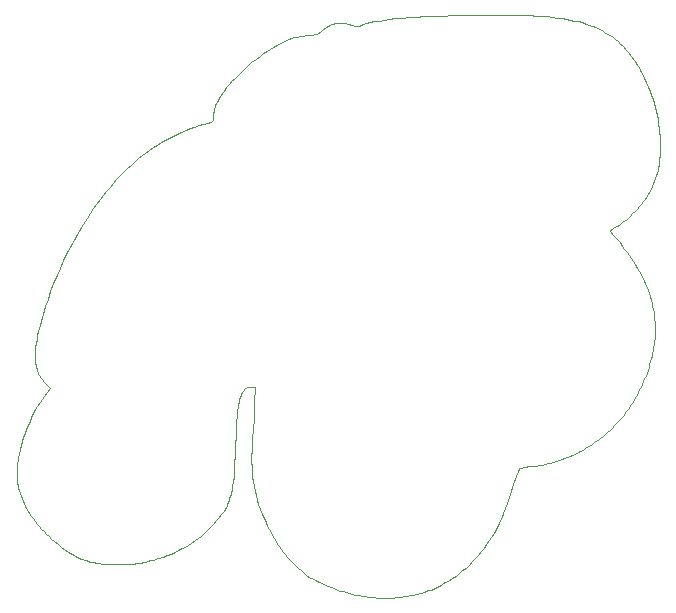
<source format=gbr>
%TF.GenerationSoftware,KiCad,Pcbnew,5.1.10-88a1d61d58~90~ubuntu20.04.1*%
%TF.CreationDate,2022-09-07T23:38:44+02:00*%
%TF.ProjectId,Wawies_PCB_inv2,57617769-6573-45f5-9043-425f696e7632,rev?*%
%TF.SameCoordinates,Original*%
%TF.FileFunction,Profile,NP*%
%FSLAX46Y46*%
G04 Gerber Fmt 4.6, Leading zero omitted, Abs format (unit mm)*
G04 Created by KiCad (PCBNEW 5.1.10-88a1d61d58~90~ubuntu20.04.1) date 2022-09-07 23:38:44*
%MOMM*%
%LPD*%
G01*
G04 APERTURE LIST*
%TA.AperFunction,Profile*%
%ADD10C,0.100000*%
%TD*%
G04 APERTURE END LIST*
D10*
X637568Y-8600462D02*
X1085507Y-8478489D01*
X1085507Y-8478489D02*
X1294792Y-8416047D01*
X1294792Y-8416047D02*
X1495610Y-8351224D01*
X1495610Y-8351224D02*
X1689814Y-8284285D01*
X1689814Y-8284285D02*
X1878197Y-8214170D01*
X1878197Y-8214170D02*
X2062082Y-8140616D01*
X2062082Y-8140616D02*
X2242528Y-8062829D01*
X2242528Y-8062829D02*
X2421122Y-7980544D01*
X2421122Y-7980544D02*
X2598657Y-7892967D01*
X2598657Y-7892967D02*
X2776986Y-7799833D01*
X2776986Y-7799833D02*
X2956638Y-7700086D01*
X2956638Y-7700086D02*
X3139464Y-7593723D01*
X3139464Y-7593723D02*
X3326260Y-7479953D01*
X3326260Y-7479953D02*
X3717049Y-7227805D01*
X3717049Y-7227805D02*
X4005445Y-7027780D01*
X4005445Y-7027780D02*
X4290665Y-6813733D01*
X4290665Y-6813733D02*
X4571917Y-6586191D01*
X4571917Y-6586191D02*
X4848406Y-6345950D01*
X4848406Y-6345950D02*
X5120133Y-6094067D01*
X5120133Y-6094067D02*
X5386039Y-5830807D01*
X5386039Y-5830807D02*
X5645595Y-5556963D01*
X5645595Y-5556963D02*
X5898271Y-5273330D01*
X5898271Y-5273330D02*
X6143540Y-4980437D01*
X6143540Y-4980437D02*
X6380606Y-4679341D01*
X6380606Y-4679341D02*
X6608941Y-4370573D01*
X6608941Y-4370573D02*
X6827751Y-4054661D01*
X6827751Y-4054661D02*
X7036507Y-3732664D01*
X7036507Y-3732664D02*
X7234945Y-3405110D01*
X7234945Y-3405110D02*
X7422005Y-3072529D01*
X7422005Y-3072529D02*
X7597423Y-2735715D01*
X7597423Y-2735715D02*
X7676005Y-2565323D01*
X7676005Y-2565323D02*
X7776546Y-2326934D01*
X7776546Y-2326934D02*
X7894815Y-2031659D01*
X7894815Y-2031659D02*
X8026312Y-1690612D01*
X8026312Y-1690612D02*
X8313650Y-913532D01*
X8313650Y-913532D02*
X8605220Y-83270D01*
X8605220Y-83270D02*
X8879063Y705452D01*
X8879063Y705452D02*
X9118246Y1369026D01*
X9118246Y1369026D02*
X9296575Y1837867D01*
X9296575Y1837867D02*
X9355048Y1977567D01*
X9355048Y1977567D02*
X9388650Y2042125D01*
X9388650Y2042125D02*
X9403202Y2054560D01*
X9403202Y2054560D02*
X9425692Y2067260D01*
X9425692Y2067260D02*
X9493954Y2093719D01*
X9493954Y2093719D02*
X9589733Y2120706D01*
X9589733Y2120706D02*
X9708531Y2147429D01*
X9708531Y2147429D02*
X9846908Y2172829D01*
X9846908Y2172829D02*
X10000895Y2196377D01*
X10000895Y2196377D02*
X10166524Y2217279D01*
X10166524Y2217279D02*
X10340091Y2234477D01*
X10340091Y2234477D02*
X10584301Y2258819D01*
X10584301Y2258819D02*
X10827717Y2288716D01*
X10827717Y2288716D02*
X11070340Y2324435D01*
X11070340Y2324435D02*
X11312169Y2365710D01*
X11312169Y2365710D02*
X11552939Y2412541D01*
X11552939Y2412541D02*
X11792651Y2465193D01*
X11792651Y2465193D02*
X12031041Y2523137D01*
X12031041Y2523137D02*
X12268636Y2586637D01*
X12268636Y2586637D02*
X12504644Y2655693D01*
X12504644Y2655693D02*
X12739329Y2730305D01*
X12739329Y2730305D02*
X12972692Y2810210D01*
X12972692Y2810210D02*
X13204466Y2895405D01*
X13204466Y2895405D02*
X13434918Y2986157D01*
X13434918Y2986157D02*
X13663518Y3081936D01*
X13663518Y3081936D02*
X13890530Y3183272D01*
X13890530Y3183272D02*
X14115690Y3289634D01*
X14115690Y3289634D02*
X14338998Y3401288D01*
X14338998Y3401288D02*
X14560454Y3518234D01*
X14560454Y3518234D02*
X14779793Y3640206D01*
X14779793Y3640206D02*
X14997281Y3767206D01*
X14997281Y3767206D02*
X15212651Y3899498D01*
X15212651Y3899498D02*
X15425641Y4036552D01*
X15425641Y4036552D02*
X15636249Y4178633D01*
X15636249Y4178633D02*
X15844740Y4325741D01*
X15844740Y4325741D02*
X16050586Y4477876D01*
X16050586Y4477876D02*
X16254315Y4634774D01*
X16254315Y4634774D02*
X16455133Y4796434D01*
X16455133Y4796434D02*
X16653306Y4963121D01*
X16653306Y4963121D02*
X16849097Y5134307D01*
X16849097Y5134307D02*
X17041714Y5310519D01*
X17041714Y5310519D02*
X17231684Y5491229D01*
X17231684Y5491229D02*
X17418744Y5676966D01*
X17418744Y5676966D02*
X17586225Y5850533D01*
X17586225Y5850533D02*
X17750531Y6029126D01*
X17750531Y6029126D02*
X17911662Y6212482D01*
X17911662Y6212482D02*
X18069619Y6400865D01*
X18069619Y6400865D02*
X18224400Y6593217D01*
X18224400Y6593217D02*
X18375476Y6790332D01*
X18375476Y6790332D02*
X18523114Y6991150D01*
X18523114Y6991150D02*
X18667047Y7196202D01*
X18667047Y7196202D02*
X18807540Y7404958D01*
X18807540Y7404958D02*
X18944065Y7617153D01*
X18944065Y7617153D02*
X19076886Y7833053D01*
X19076886Y7833053D02*
X19205738Y8051863D01*
X19205738Y8051863D02*
X19330357Y8273848D01*
X19330357Y8273848D02*
X19451271Y8498744D01*
X19451271Y8498744D02*
X19567687Y8726285D01*
X19567687Y8726285D02*
X19679871Y8956208D01*
X19679871Y8956208D02*
X19787821Y9188512D01*
X19787821Y9188512D02*
X19891008Y9423197D01*
X19891008Y9423197D02*
X19989962Y9659734D01*
X19989962Y9659734D02*
X20084153Y9897859D01*
X20084153Y9897859D02*
X20173847Y10137836D01*
X20173847Y10137836D02*
X20258514Y10379135D01*
X20258514Y10379135D02*
X20338418Y10621758D01*
X20338418Y10621758D02*
X20413295Y10865439D01*
X20413295Y10865439D02*
X20483145Y11109914D01*
X20483145Y11109914D02*
X20547967Y11355182D01*
X20547967Y11355182D02*
X20607499Y11601244D01*
X20607499Y11601244D02*
X20661474Y11847306D01*
X20661474Y11847306D02*
X20710421Y12093633D01*
X20710421Y12093633D02*
X20753813Y12340225D01*
X20753813Y12340225D02*
X20791648Y12586287D01*
X20791648Y12586287D02*
X20823928Y12832349D01*
X20823928Y12832349D02*
X20851444Y13098784D01*
X20851444Y13098784D02*
X20870494Y13366013D01*
X20870494Y13366013D02*
X20881342Y13633771D01*
X20881342Y13633771D02*
X20883723Y13902587D01*
X20883723Y13902587D02*
X20877902Y14171668D01*
X20877902Y14171668D02*
X20863615Y14441543D01*
X20863615Y14441543D02*
X20841125Y14711682D01*
X20841125Y14711682D02*
X20810434Y14982350D01*
X20810434Y14982350D02*
X20771540Y15253548D01*
X20771540Y15253548D02*
X20724444Y15524746D01*
X20724444Y15524746D02*
X20668882Y15796208D01*
X20668882Y15796208D02*
X20605382Y16067670D01*
X20605382Y16067670D02*
X20533680Y16339397D01*
X20533680Y16339397D02*
X20454041Y16611123D01*
X20454041Y16611123D02*
X20366199Y16882850D01*
X20366199Y16882850D02*
X20270155Y17154577D01*
X20270155Y17154577D02*
X20166174Y17426039D01*
X20166174Y17426039D02*
X20054256Y17696972D01*
X20054256Y17696972D02*
X19934399Y17967905D01*
X19934399Y17967905D02*
X19806341Y18238573D01*
X19806341Y18238573D02*
X19670346Y18508448D01*
X19670346Y18508448D02*
X19526677Y18778058D01*
X19526677Y18778058D02*
X19374806Y19047139D01*
X19374806Y19047139D02*
X19215263Y19315426D01*
X19215263Y19315426D02*
X19047782Y19583184D01*
X19047782Y19583184D02*
X18872628Y19850148D01*
X18872628Y19850148D02*
X18689536Y20116319D01*
X18689536Y20116319D02*
X18498508Y20381696D01*
X18498508Y20381696D02*
X18300070Y20646014D01*
X18300070Y20646014D02*
X18093696Y20909274D01*
X18093696Y20909274D02*
X17879648Y21171476D01*
X17879648Y21171476D02*
X17657663Y21432619D01*
X17657663Y21432619D02*
X17433561Y21697732D01*
X17433561Y21697732D02*
X17249676Y21926067D01*
X17249676Y21926067D02*
X17125586Y22093548D01*
X17125586Y22093548D02*
X17091720Y22146729D01*
X17091720Y22146729D02*
X17080078Y22175568D01*
X17080078Y22175568D02*
X17092249Y22197793D01*
X17092249Y22197793D02*
X17127174Y22231660D01*
X17127174Y22231660D02*
X17182472Y22275581D01*
X17182472Y22275581D02*
X17255761Y22327704D01*
X17255761Y22327704D02*
X17445996Y22450735D01*
X17445996Y22450735D02*
X17678300Y22586995D01*
X17678300Y22586995D02*
X17850279Y22690712D01*
X17850279Y22690712D02*
X18029666Y22812684D01*
X18029666Y22812684D02*
X18214610Y22951061D01*
X18214610Y22951061D02*
X18403522Y23104255D01*
X18403522Y23104255D02*
X18594816Y23270413D01*
X18594816Y23270413D02*
X18786903Y23447684D01*
X18786903Y23447684D02*
X18977932Y23634215D01*
X18977932Y23634215D02*
X19166315Y23828683D01*
X19166315Y23828683D02*
X19350200Y24028708D01*
X19350200Y24028708D02*
X19528265Y24232966D01*
X19528265Y24232966D02*
X19698656Y24439605D01*
X19698656Y24439605D02*
X19859523Y24647038D01*
X19859523Y24647038D02*
X20009806Y24853148D01*
X20009806Y24853148D02*
X20147124Y25056084D01*
X20147124Y25056084D02*
X20270155Y25254521D01*
X20270155Y25254521D02*
X20377311Y25446608D01*
X20377311Y25446608D02*
X20505370Y25696904D01*
X20505370Y25696904D02*
X20621786Y25937674D01*
X20621786Y25937674D02*
X20726826Y26170772D01*
X20726826Y26170772D02*
X20821282Y26398578D01*
X20821282Y26398578D02*
X20905684Y26622944D01*
X20905684Y26622944D02*
X20980032Y26845988D01*
X20980032Y26845988D02*
X21045384Y27069825D01*
X21045384Y27069825D02*
X21101475Y27296308D01*
X21101475Y27296308D02*
X21149365Y27527553D01*
X21149365Y27527553D02*
X21189581Y27765413D01*
X21189581Y27765413D02*
X21222125Y28012534D01*
X21222125Y28012534D02*
X21247525Y28270238D01*
X21247525Y28270238D02*
X21266575Y28541171D01*
X21266575Y28541171D02*
X21279804Y28827000D01*
X21279804Y28827000D02*
X21287212Y29129894D01*
X21287212Y29129894D02*
X21289329Y29451892D01*
X21289329Y29451892D02*
X21284831Y29824875D01*
X21284831Y29824875D02*
X21271073Y30189258D01*
X21271073Y30189258D02*
X21248054Y30546392D01*
X21248054Y30546392D02*
X21214981Y30897600D01*
X21214981Y30897600D02*
X21172119Y31244230D01*
X21172119Y31244230D02*
X21118673Y31587579D01*
X21118673Y31587579D02*
X21054644Y31928997D01*
X21054644Y31928997D02*
X20979502Y32269833D01*
X20979502Y32269833D02*
X20892984Y32611357D01*
X20892984Y32611357D02*
X20794823Y32954971D01*
X20794823Y32954971D02*
X20684757Y33301972D01*
X20684757Y33301972D02*
X20562255Y33653682D01*
X20562255Y33653682D02*
X20427318Y34011424D01*
X20427318Y34011424D02*
X20279416Y34376549D01*
X20279416Y34376549D02*
X20118285Y34750378D01*
X20118285Y34750378D02*
X19943660Y35134262D01*
X19943660Y35134262D02*
X19832006Y35368841D01*
X19832006Y35368841D02*
X19721146Y35592519D01*
X19721146Y35592519D02*
X19610021Y35806011D01*
X19610021Y35806011D02*
X19498631Y36010111D01*
X19498631Y36010111D02*
X19385919Y36205558D01*
X19385919Y36205558D02*
X19271884Y36393174D01*
X19271884Y36393174D02*
X19155467Y36573673D01*
X19155467Y36573673D02*
X19036405Y36747874D01*
X19036405Y36747874D02*
X18914167Y36916519D01*
X18914167Y36916519D02*
X18788226Y37080402D01*
X18788226Y37080402D02*
X18657787Y37240237D01*
X18657787Y37240237D02*
X18522849Y37396870D01*
X18522849Y37396870D02*
X18382091Y37551016D01*
X18382091Y37551016D02*
X18235777Y37703442D01*
X18235777Y37703442D02*
X18082848Y37854969D01*
X18082848Y37854969D02*
X17922775Y38006310D01*
X17922775Y38006310D02*
X17714813Y38193026D01*
X17714813Y38193026D02*
X17503411Y38371011D01*
X17503411Y38371011D02*
X17287247Y38540477D01*
X17287247Y38540477D02*
X17066055Y38701528D01*
X17066055Y38701528D02*
X16839043Y38854378D01*
X16839043Y38854378D02*
X16604887Y38999158D01*
X16604887Y38999158D02*
X16363323Y39136000D01*
X16363323Y39136000D02*
X16113027Y39265117D01*
X16113027Y39265117D02*
X15853736Y39386613D01*
X15853736Y39386613D02*
X15584126Y39500701D01*
X15584126Y39500701D02*
X15303932Y39607487D01*
X15303932Y39607487D02*
X15011833Y39707182D01*
X15011833Y39707182D02*
X14707562Y39799892D01*
X14707562Y39799892D02*
X14389798Y39885828D01*
X14389798Y39885828D02*
X14057746Y39965097D01*
X14057746Y39965097D02*
X13711143Y40037884D01*
X13711143Y40037884D02*
X13348664Y40104348D01*
X13348664Y40104348D02*
X12969517Y40164646D01*
X12969517Y40164646D02*
X12573171Y40218938D01*
X12573171Y40218938D02*
X12158834Y40267357D01*
X12158834Y40267357D02*
X11725183Y40310114D01*
X11725183Y40310114D02*
X11272217Y40347314D01*
X11272217Y40347314D02*
X10798349Y40379143D01*
X10798349Y40379143D02*
X10303314Y40405760D01*
X10303314Y40405760D02*
X9786054Y40427324D01*
X9786054Y40427324D02*
X9245775Y40443993D01*
X9245775Y40443993D02*
X8681685Y40455899D01*
X8681685Y40455899D02*
X8093252Y40463228D01*
X8093252Y40463228D02*
X7479155Y40466138D01*
X7479155Y40466138D02*
X6838864Y40464789D01*
X6838864Y40464789D02*
X5476791Y40449919D01*
X5476791Y40449919D02*
X4544400Y40432721D01*
X4544400Y40432721D02*
X3665720Y40411687D01*
X3665720Y40411687D02*
X2839163Y40386737D01*
X2839163Y40386737D02*
X2063141Y40357686D01*
X2063141Y40357686D02*
X1336331Y40324454D01*
X1336331Y40324454D02*
X656882Y40286857D01*
X656882Y40286857D02*
X23470Y40244815D01*
X23470Y40244815D02*
X-565491Y40198142D01*
X-565491Y40198142D02*
X-1111326Y40146760D01*
X-1111326Y40146760D02*
X-1615621Y40090510D01*
X-1615621Y40090510D02*
X-2079964Y40029259D01*
X-2079964Y40029259D02*
X-2505678Y39962901D01*
X-2505678Y39962901D02*
X-2894615Y39891279D01*
X-2894615Y39891279D02*
X-3248098Y39814259D01*
X-3248098Y39814259D02*
X-3567715Y39731735D01*
X-3567715Y39731735D02*
X-3854787Y39643576D01*
X-3854787Y39643576D02*
X-4040260Y39582722D01*
X-4040260Y39582722D02*
X-4189485Y39538748D01*
X-4189485Y39538748D02*
X-4311722Y39511338D01*
X-4311722Y39511338D02*
X-4415968Y39500225D01*
X-4415968Y39500225D02*
X-4464651Y39500701D01*
X-4464651Y39500701D02*
X-4512011Y39505146D01*
X-4512011Y39505146D02*
X-4609113Y39525757D01*
X-4609113Y39525757D02*
X-4716534Y39561794D01*
X-4716534Y39561794D02*
X-4843269Y39612964D01*
X-4843269Y39612964D02*
X-4993552Y39667733D01*
X-4993552Y39667733D02*
X-5152038Y39710225D01*
X-5152038Y39710225D02*
X-5316873Y39740731D01*
X-5316873Y39740731D02*
X-5486735Y39759516D01*
X-5486735Y39759516D02*
X-5659243Y39766951D01*
X-5659243Y39766951D02*
X-5833339Y39763274D01*
X-5833339Y39763274D02*
X-6007170Y39748827D01*
X-6007170Y39748827D02*
X-6178884Y39723904D01*
X-6178884Y39723904D02*
X-6346630Y39688820D01*
X-6346630Y39688820D02*
X-6508819Y39643867D01*
X-6508819Y39643867D02*
X-6663865Y39589337D01*
X-6663865Y39589337D02*
X-6809915Y39525572D01*
X-6809915Y39525572D02*
X-6945117Y39452838D01*
X-6945117Y39452838D02*
X-7068148Y39371453D01*
X-7068148Y39371453D02*
X-7124504Y39327611D01*
X-7124504Y39327611D02*
X-7176891Y39281733D01*
X-7176891Y39281733D02*
X-7225310Y39233817D01*
X-7225310Y39233817D02*
X-7269760Y39183943D01*
X-7269760Y39183943D02*
X-7316327Y39130920D01*
X-7316327Y39130920D02*
X-7365274Y39082131D01*
X-7365274Y39082131D02*
X-7416868Y39037337D01*
X-7416868Y39037337D02*
X-7471901Y38996300D01*
X-7471901Y38996300D02*
X-7531433Y38958756D01*
X-7531433Y38958756D02*
X-7595726Y38924493D01*
X-7595726Y38924493D02*
X-7665841Y38893219D01*
X-7665841Y38893219D02*
X-7742570Y38864723D01*
X-7742570Y38864723D02*
X-7826178Y38838768D01*
X-7826178Y38838768D02*
X-7917988Y38815061D01*
X-7917988Y38815061D02*
X-8128067Y38773495D01*
X-8128067Y38773495D02*
X-8378363Y38738067D01*
X-8378363Y38738067D02*
X-8674696Y38706794D01*
X-8674696Y38706794D02*
X-8923933Y38678510D01*
X-8923933Y38678510D02*
X-9169995Y38639934D01*
X-9169995Y38639934D02*
X-9413941Y38590562D01*
X-9413941Y38590562D02*
X-9656828Y38529893D01*
X-9656828Y38529893D02*
X-9899980Y38457398D01*
X-9899980Y38457398D02*
X-10143925Y38372572D01*
X-10143925Y38372572D02*
X-10390252Y38274888D01*
X-10390252Y38274888D02*
X-10640018Y38163869D01*
X-10640018Y38163869D02*
X-10894283Y38038933D01*
X-10894283Y38038933D02*
X-11154103Y37899630D01*
X-11154103Y37899630D02*
X-11420538Y37745405D01*
X-11420538Y37745405D02*
X-11694646Y37575754D01*
X-11694646Y37575754D02*
X-11977750Y37390176D01*
X-11977750Y37390176D02*
X-12270643Y37188167D01*
X-12270643Y37188167D02*
X-12574649Y36969171D01*
X-12574649Y36969171D02*
X-12890826Y36732687D01*
X-12890826Y36732687D02*
X-13290082Y36419659D01*
X-13290082Y36419659D02*
X-13671372Y36101445D01*
X-13671372Y36101445D02*
X-14034036Y35779500D01*
X-14034036Y35779500D02*
X-14376830Y35455307D01*
X-14376830Y35455307D02*
X-14698642Y35130372D01*
X-14698642Y35130372D02*
X-14998335Y34806126D01*
X-14998335Y34806126D02*
X-15139543Y34644730D01*
X-15139543Y34644730D02*
X-15274798Y34484049D01*
X-15274798Y34484049D02*
X-15403994Y34324320D01*
X-15403994Y34324320D02*
X-15526919Y34165676D01*
X-15526919Y34165676D02*
X-15643521Y34008302D01*
X-15643521Y34008302D02*
X-15753587Y33852410D01*
X-15753587Y33852410D02*
X-15857013Y33698158D01*
X-15857013Y33698158D02*
X-15953665Y33545758D01*
X-15953665Y33545758D02*
X-16043359Y33395369D01*
X-16043359Y33395369D02*
X-16126014Y33247203D01*
X-16126014Y33247203D02*
X-16201474Y33101418D01*
X-16201474Y33101418D02*
X-16269577Y32958225D01*
X-16269577Y32958225D02*
X-16330167Y32817785D01*
X-16330167Y32817785D02*
X-16383163Y32680281D01*
X-16383163Y32680281D02*
X-16428380Y32545899D01*
X-16428380Y32545899D02*
X-16465713Y32414851D01*
X-16465713Y32414851D02*
X-16494975Y32287296D01*
X-16494975Y32287296D02*
X-16516063Y32163418D01*
X-16516063Y32163418D02*
X-16528816Y32043403D01*
X-16528816Y32043403D02*
X-16533128Y31927463D01*
X-16533128Y31927463D02*
X-16534054Y31765723D01*
X-16534054Y31765723D02*
X-16540219Y31642639D01*
X-16540219Y31642639D02*
X-16546887Y31593400D01*
X-16546887Y31593400D02*
X-16556782Y31551146D01*
X-16556782Y31551146D02*
X-16570567Y31515057D01*
X-16570567Y31515057D02*
X-16588876Y31484207D01*
X-16588876Y31484207D02*
X-16612344Y31457722D01*
X-16612344Y31457722D02*
X-16641634Y31434730D01*
X-16641634Y31434730D02*
X-16677379Y31414331D01*
X-16677379Y31414331D02*
X-16720241Y31395651D01*
X-16720241Y31395651D02*
X-16829805Y31359932D01*
X-16829805Y31359932D02*
X-16975485Y31320509D01*
X-16975485Y31320509D02*
X-17362358Y31213512D01*
X-17362358Y31213512D02*
X-17743939Y31097995D01*
X-17743939Y31097995D02*
X-18120309Y30973879D01*
X-18120309Y30973879D02*
X-18491598Y30841059D01*
X-18491598Y30841059D02*
X-18857913Y30699480D01*
X-18857913Y30699480D02*
X-19219307Y30549012D01*
X-19219307Y30549012D02*
X-19575939Y30389627D01*
X-19575939Y30389627D02*
X-19927913Y30221220D01*
X-19927913Y30221220D02*
X-20275284Y30043711D01*
X-20275284Y30043711D02*
X-20618210Y29857021D01*
X-20618210Y29857021D02*
X-20956771Y29661071D01*
X-20956771Y29661071D02*
X-21291071Y29455755D01*
X-21291071Y29455755D02*
X-21621218Y29241019D01*
X-21621218Y29241019D02*
X-21947343Y29016759D01*
X-21947343Y29016759D02*
X-22269499Y28782920D01*
X-22269499Y28782920D02*
X-22587819Y28539319D01*
X-22587819Y28539319D02*
X-22902408Y28286113D01*
X-22902408Y28286113D02*
X-23213373Y28023117D01*
X-23213373Y28023117D02*
X-23520792Y27750068D01*
X-23520792Y27750068D02*
X-23824798Y27466964D01*
X-23824798Y27466964D02*
X-24125496Y27173806D01*
X-24125496Y27173806D02*
X-24422993Y26870329D01*
X-24422993Y26870329D02*
X-24717368Y26556798D01*
X-24717368Y26556798D02*
X-25008727Y26232949D01*
X-25008727Y26232949D02*
X-25297202Y25898780D01*
X-25297202Y25898780D02*
X-25582899Y25553764D01*
X-25582899Y25553764D02*
X-25865897Y25198429D01*
X-25865897Y25198429D02*
X-26146302Y24832511D01*
X-26146302Y24832511D02*
X-26424246Y24455745D01*
X-26424246Y24455745D02*
X-26699783Y24068131D01*
X-26699783Y24068131D02*
X-26973071Y23669404D01*
X-26973071Y23669404D02*
X-27244189Y23260094D01*
X-27244189Y23260094D02*
X-27414236Y22994453D01*
X-27414236Y22994453D02*
X-27583570Y22721403D01*
X-27583570Y22721403D02*
X-27752056Y22441739D01*
X-27752056Y22441739D02*
X-27919458Y22155460D01*
X-27919458Y22155460D02*
X-28085616Y21863096D01*
X-28085616Y21863096D02*
X-28250319Y21565440D01*
X-28250319Y21565440D02*
X-28574645Y20955047D01*
X-28574645Y20955047D02*
X-28890927Y20327721D01*
X-28890927Y20327721D02*
X-29197658Y19687430D01*
X-29197658Y19687430D02*
X-29493303Y19037614D01*
X-29493303Y19037614D02*
X-29776354Y18381713D01*
X-29776354Y18381713D02*
X-30045276Y17723430D01*
X-30045276Y17723430D02*
X-30298588Y17066735D01*
X-30298588Y17066735D02*
X-30534755Y16414538D01*
X-30534755Y16414538D02*
X-30752295Y15771072D01*
X-30752295Y15771072D02*
X-30853577Y15453573D01*
X-30853577Y15453573D02*
X-30949621Y15139513D01*
X-30949621Y15139513D02*
X-31040267Y14829421D01*
X-31040267Y14829421D02*
X-31125278Y14523828D01*
X-31125278Y14523828D02*
X-31204520Y14222997D01*
X-31204520Y14222997D02*
X-31277757Y13927193D01*
X-31277757Y13927193D02*
X-31344802Y13637475D01*
X-31344802Y13637475D02*
X-31405497Y13353842D01*
X-31405497Y13353842D02*
X-31474739Y12992686D01*
X-31474739Y12992686D02*
X-31530513Y12650316D01*
X-31530513Y12650316D02*
X-31572687Y12325937D01*
X-31572687Y12325937D02*
X-31601157Y12018492D01*
X-31601157Y12018492D02*
X-31615735Y11727715D01*
X-31615735Y11727715D02*
X-31616370Y11452284D01*
X-31616370Y11452284D02*
X-31602903Y11191405D01*
X-31602903Y11191405D02*
X-31575227Y10944285D01*
X-31575227Y10944285D02*
X-31556019Y10825751D01*
X-31556019Y10825751D02*
X-31533212Y10710129D01*
X-31533212Y10710129D02*
X-31506806Y10597681D01*
X-31506806Y10597681D02*
X-31476750Y10488144D01*
X-31476750Y10488144D02*
X-31443068Y10381252D01*
X-31443068Y10381252D02*
X-31405709Y10277271D01*
X-31405709Y10277271D02*
X-31364672Y10175671D01*
X-31364672Y10175671D02*
X-31319958Y10076717D01*
X-31319958Y10076717D02*
X-31271513Y9980144D01*
X-31271513Y9980144D02*
X-31219363Y9885953D01*
X-31219363Y9885953D02*
X-31163483Y9793878D01*
X-31163483Y9793878D02*
X-31103846Y9703655D01*
X-31103846Y9703655D02*
X-31040452Y9615813D01*
X-31040452Y9615813D02*
X-30973248Y9529559D01*
X-30973248Y9529559D02*
X-30902287Y9445157D01*
X-30902287Y9445157D02*
X-30827489Y9362343D01*
X-30827489Y9362343D02*
X-30360130Y8862546D01*
X-30360130Y8862546D02*
X-30838867Y8204528D01*
X-30838867Y8204528D02*
X-31031853Y7929626D01*
X-31031853Y7929626D02*
X-31219893Y7641760D01*
X-31219893Y7641760D02*
X-31402481Y7342516D01*
X-31402481Y7342516D02*
X-31579090Y7032954D01*
X-31579090Y7032954D02*
X-31749217Y6714396D01*
X-31749217Y6714396D02*
X-31912333Y6388165D01*
X-31912333Y6388165D02*
X-32067907Y6055320D01*
X-32067907Y6055320D02*
X-32215439Y5716918D01*
X-32215439Y5716918D02*
X-32354398Y5374813D01*
X-32354398Y5374813D02*
X-32484255Y5029796D01*
X-32484255Y5029796D02*
X-32604535Y4683193D01*
X-32604535Y4683193D02*
X-32714654Y4336060D01*
X-32714654Y4336060D02*
X-32814164Y3989985D01*
X-32814164Y3989985D02*
X-32902482Y3645763D01*
X-32902482Y3645763D02*
X-32979131Y3304980D01*
X-32979131Y3304980D02*
X-33043557Y2968695D01*
X-33043557Y2968695D02*
X-33082716Y2722633D01*
X-33082716Y2722633D02*
X-33113725Y2479216D01*
X-33113725Y2479216D02*
X-33136532Y2238446D01*
X-33136532Y2238446D02*
X-33151084Y2000321D01*
X-33151084Y2000321D02*
X-33157328Y1764842D01*
X-33157328Y1764842D02*
X-33155185Y1531744D01*
X-33155185Y1531744D02*
X-33144602Y1300763D01*
X-33144602Y1300763D02*
X-33125552Y1071899D01*
X-33125552Y1071899D02*
X-33097982Y844887D01*
X-33097982Y844887D02*
X-33061814Y619991D01*
X-33061814Y619991D02*
X-33016967Y396683D01*
X-33016967Y396683D02*
X-32963442Y174963D01*
X-32963442Y174963D02*
X-32901159Y-45170D01*
X-32901159Y-45170D02*
X-32830039Y-264245D01*
X-32830039Y-264245D02*
X-32750055Y-481732D01*
X-32750055Y-481732D02*
X-32661155Y-698426D01*
X-32661155Y-698426D02*
X-32563260Y-914061D01*
X-32563260Y-914061D02*
X-32456342Y-1128902D01*
X-32456342Y-1128902D02*
X-32340322Y-1343214D01*
X-32340322Y-1343214D02*
X-32215148Y-1556733D01*
X-32215148Y-1556733D02*
X-32080766Y-1769987D01*
X-32080766Y-1769987D02*
X-31937124Y-1982712D01*
X-31937124Y-1982712D02*
X-31784195Y-2195436D01*
X-31784195Y-2195436D02*
X-31621847Y-2408161D01*
X-31621847Y-2408161D02*
X-31450106Y-2620886D01*
X-31450106Y-2620886D02*
X-31268867Y-2833875D01*
X-31268867Y-2833875D02*
X-31078076Y-3047129D01*
X-31078076Y-3047129D02*
X-30877707Y-3260912D01*
X-30877707Y-3260912D02*
X-30667681Y-3475224D01*
X-30667681Y-3475224D02*
X-30447972Y-3690330D01*
X-30447972Y-3690330D02*
X-30218472Y-3906230D01*
X-30218472Y-3906230D02*
X-29979157Y-4123188D01*
X-29979157Y-4123188D02*
X-29672691Y-4387771D01*
X-29672691Y-4387771D02*
X-29372759Y-4629864D01*
X-29372759Y-4629864D02*
X-29077141Y-4849468D01*
X-29077141Y-4849468D02*
X-28930244Y-4951333D01*
X-28930244Y-4951333D02*
X-28783586Y-5048170D01*
X-28783586Y-5048170D02*
X-28636848Y-5139716D01*
X-28636848Y-5139716D02*
X-28489793Y-5226235D01*
X-28489793Y-5226235D02*
X-28342129Y-5307726D01*
X-28342129Y-5307726D02*
X-28193539Y-5384720D01*
X-28193539Y-5384720D02*
X-28043785Y-5456951D01*
X-28043785Y-5456951D02*
X-27892550Y-5524420D01*
X-27892550Y-5524420D02*
X-27739594Y-5587390D01*
X-27739594Y-5587390D02*
X-27584575Y-5646128D01*
X-27584575Y-5646128D02*
X-27427280Y-5700367D01*
X-27427280Y-5700367D02*
X-27267366Y-5750638D01*
X-27267366Y-5750638D02*
X-27104595Y-5796675D01*
X-27104595Y-5796675D02*
X-26938649Y-5839009D01*
X-26938649Y-5839009D02*
X-26769263Y-5877109D01*
X-26769263Y-5877109D02*
X-26596172Y-5911505D01*
X-26596172Y-5911505D02*
X-26419060Y-5942461D01*
X-26419060Y-5942461D02*
X-26237662Y-5969448D01*
X-26237662Y-5969448D02*
X-25860870Y-6013634D01*
X-25860870Y-6013634D02*
X-25463572Y-6044590D01*
X-25463572Y-6044590D02*
X-25043467Y-6063375D01*
X-25043467Y-6063375D02*
X-24598280Y-6070519D01*
X-24598280Y-6070519D02*
X-24092053Y-6067344D01*
X-24092053Y-6067344D02*
X-23860966Y-6060994D01*
X-23860966Y-6060994D02*
X-23641733Y-6051469D01*
X-23641733Y-6051469D02*
X-23432236Y-6037711D01*
X-23432236Y-6037711D02*
X-23230359Y-6019984D01*
X-23230359Y-6019984D02*
X-23033986Y-5998023D01*
X-23033986Y-5998023D02*
X-22840972Y-5971036D01*
X-22840972Y-5971036D02*
X-22649229Y-5939021D01*
X-22649229Y-5939021D02*
X-22456613Y-5901450D01*
X-22456613Y-5901450D02*
X-22261006Y-5858059D01*
X-22261006Y-5858059D02*
X-22060320Y-5808582D01*
X-22060320Y-5808582D02*
X-21852411Y-5752755D01*
X-21852411Y-5752755D02*
X-21635135Y-5690313D01*
X-21635135Y-5690313D02*
X-21164125Y-5543734D01*
X-21164125Y-5543734D02*
X-20796672Y-5420438D01*
X-20796672Y-5420438D02*
X-20446946Y-5293968D01*
X-20446946Y-5293968D02*
X-20113413Y-5163528D01*
X-20113413Y-5163528D02*
X-19794484Y-5027797D01*
X-19794484Y-5027797D02*
X-19488653Y-4885981D01*
X-19488653Y-4885981D02*
X-19194357Y-4737021D01*
X-19194357Y-4737021D02*
X-18910010Y-4580123D01*
X-18910010Y-4580123D02*
X-18634103Y-4414229D01*
X-18634103Y-4414229D02*
X-18365075Y-4238282D01*
X-18365075Y-4238282D02*
X-18101365Y-4051221D01*
X-18101365Y-4051221D02*
X-17841412Y-3852520D01*
X-17841412Y-3852520D02*
X-17583682Y-3640589D01*
X-17583682Y-3640589D02*
X-17326639Y-3414899D01*
X-17326639Y-3414899D02*
X-17068697Y-3174393D01*
X-17068697Y-3174393D02*
X-16808348Y-2918012D01*
X-16808348Y-2918012D02*
X-16544003Y-2644963D01*
X-16544003Y-2644963D02*
X-16276562Y-2354715D01*
X-16276562Y-2354715D02*
X-16037062Y-2076109D01*
X-16037062Y-2076109D02*
X-15927233Y-1939320D01*
X-15927233Y-1939320D02*
X-15823728Y-1803324D01*
X-15823728Y-1803324D02*
X-15726362Y-1667064D01*
X-15726362Y-1667064D02*
X-15634922Y-1530010D01*
X-15634922Y-1530010D02*
X-15549171Y-1391369D01*
X-15549171Y-1391369D02*
X-15468896Y-1250346D01*
X-15468896Y-1250346D02*
X-15393913Y-1106148D01*
X-15393913Y-1106148D02*
X-15323984Y-958246D01*
X-15323984Y-958246D02*
X-15258870Y-805846D01*
X-15258870Y-805846D02*
X-15198413Y-647890D01*
X-15198413Y-647890D02*
X-15142374Y-484113D01*
X-15142374Y-484113D02*
X-15090542Y-313457D01*
X-15090542Y-313457D02*
X-15042706Y-135128D01*
X-15042706Y-135128D02*
X-14998653Y51403D01*
X-14998653Y51403D02*
X-14958145Y247194D01*
X-14958145Y247194D02*
X-14921024Y452510D01*
X-14921024Y452510D02*
X-14886999Y668410D01*
X-14886999Y668410D02*
X-14855937Y895687D01*
X-14855937Y895687D02*
X-14801724Y1387018D01*
X-14801724Y1387018D02*
X-14756639Y1932588D01*
X-14756639Y1932588D02*
X-14719015Y2538218D01*
X-14719015Y2538218D02*
X-14687133Y3209730D01*
X-14687133Y3209730D02*
X-14659272Y3953473D01*
X-14659272Y3953473D02*
X-14621596Y4926344D01*
X-14621596Y4926344D02*
X-14578230Y5747345D01*
X-14578230Y5747345D02*
X-14553704Y6106914D01*
X-14553704Y6106914D02*
X-14526822Y6435261D01*
X-14526822Y6435261D02*
X-14497321Y6735034D01*
X-14497321Y6735034D02*
X-14464936Y7008348D01*
X-14464936Y7008348D02*
X-14429297Y7257321D01*
X-14429297Y7257321D02*
X-14390165Y7484862D01*
X-14390165Y7484862D02*
X-14347196Y7692824D01*
X-14347196Y7692824D02*
X-14300127Y7883324D01*
X-14300127Y7883324D02*
X-14248639Y8059272D01*
X-14248639Y8059272D02*
X-14192415Y8222519D01*
X-14192415Y8222519D02*
X-14131191Y8375448D01*
X-14131191Y8375448D02*
X-14064648Y8520440D01*
X-14064648Y8520440D02*
X-14006228Y8634210D01*
X-14006228Y8634210D02*
X-13951909Y8723640D01*
X-13951909Y8723640D02*
X-13896506Y8791902D01*
X-13896506Y8791902D02*
X-13866767Y8819154D01*
X-13866767Y8819154D02*
X-13834832Y8842173D01*
X-13834832Y8842173D02*
X-13800012Y8861752D01*
X-13800012Y8861752D02*
X-13761701Y8878156D01*
X-13761701Y8878156D02*
X-13671954Y8902762D01*
X-13671954Y8902762D02*
X-13560380Y8919431D01*
X-13560380Y8919431D02*
X-13421844Y8931602D01*
X-13421844Y8931602D02*
X-12964115Y8964410D01*
X-12964115Y8964410D02*
X-13024705Y7683035D01*
X-13024705Y7683035D02*
X-13058571Y7043538D01*
X-13058571Y7043538D02*
X-13106196Y6250318D01*
X-13106196Y6250318D02*
X-13161230Y5404181D01*
X-13161230Y5404181D02*
X-13217057Y4605934D01*
X-13217057Y4605934D02*
X-13251452Y4076504D01*
X-13251452Y4076504D02*
X-13274736Y3572209D01*
X-13274736Y3572209D02*
X-13286113Y3090403D01*
X-13286113Y3090403D02*
X-13285584Y2628970D01*
X-13285584Y2628970D02*
X-13272884Y2185529D01*
X-13272884Y2185529D02*
X-13247484Y1757698D01*
X-13247484Y1757698D02*
X-13209119Y1342832D01*
X-13209119Y1342832D02*
X-13157261Y938814D01*
X-13157261Y938814D02*
X-13091909Y543262D01*
X-13091909Y543262D02*
X-13012269Y153532D01*
X-13012269Y153532D02*
X-12918342Y-232230D01*
X-12918342Y-232230D02*
X-12809599Y-616934D01*
X-12809599Y-616934D02*
X-12686039Y-1002696D01*
X-12686039Y-1002696D02*
X-12546868Y-1392162D01*
X-12546868Y-1392162D02*
X-12391822Y-1787185D01*
X-12391822Y-1787185D02*
X-12220637Y-2190674D01*
X-12220637Y-2190674D02*
X-12081731Y-2500765D01*
X-12081731Y-2500765D02*
X-11943090Y-2796833D01*
X-11943090Y-2796833D02*
X-11804183Y-3079937D01*
X-11804183Y-3079937D02*
X-11664219Y-3351399D01*
X-11664219Y-3351399D02*
X-11522667Y-3612014D01*
X-11522667Y-3612014D02*
X-11378734Y-3862838D01*
X-11378734Y-3862838D02*
X-11231890Y-4104667D01*
X-11231890Y-4104667D02*
X-11081343Y-4338823D01*
X-11081343Y-4338823D02*
X-10926562Y-4566100D01*
X-10926562Y-4566100D02*
X-10766489Y-4787556D01*
X-10766489Y-4787556D02*
X-10601125Y-5004249D01*
X-10601125Y-5004249D02*
X-10429410Y-5216974D01*
X-10429410Y-5216974D02*
X-10250552Y-5427053D01*
X-10250552Y-5427053D02*
X-10064286Y-5635015D01*
X-10064286Y-5635015D02*
X-9869817Y-5842448D01*
X-9869817Y-5842448D02*
X-9666088Y-6049881D01*
X-9666088Y-6049881D02*
X-9360495Y-6351241D01*
X-9360495Y-6351241D02*
X-9099351Y-6597833D01*
X-9099351Y-6597833D02*
X-8866783Y-6801297D01*
X-8866783Y-6801297D02*
X-8756452Y-6890462D01*
X-8756452Y-6890462D02*
X-8646914Y-6973276D01*
X-8646914Y-6973276D02*
X-8536848Y-7051328D01*
X-8536848Y-7051328D02*
X-8423871Y-7125676D01*
X-8423871Y-7125676D02*
X-8306132Y-7198172D01*
X-8306132Y-7198172D02*
X-8181513Y-7269874D01*
X-8181513Y-7269874D02*
X-7904230Y-7417776D01*
X-7904230Y-7417776D02*
X-7575618Y-7581023D01*
X-7575618Y-7581023D02*
X-7325587Y-7699292D01*
X-7325587Y-7699292D02*
X-7073704Y-7812004D01*
X-7073704Y-7812004D02*
X-6819969Y-7919689D01*
X-6819969Y-7919689D02*
X-6564117Y-8021554D01*
X-6564117Y-8021554D02*
X-6306942Y-8118391D01*
X-6306942Y-8118391D02*
X-6048445Y-8209408D01*
X-6048445Y-8209408D02*
X-5788360Y-8295133D01*
X-5788360Y-8295133D02*
X-5527481Y-8375301D01*
X-5527481Y-8375301D02*
X-5265544Y-8450178D01*
X-5265544Y-8450178D02*
X-5002813Y-8519235D01*
X-5002813Y-8519235D02*
X-4739553Y-8582999D01*
X-4739553Y-8582999D02*
X-4476028Y-8640943D01*
X-4476028Y-8640943D02*
X-4211974Y-8693330D01*
X-4211974Y-8693330D02*
X-3947920Y-8740426D01*
X-3947920Y-8740426D02*
X-3683867Y-8781436D01*
X-3683867Y-8781436D02*
X-3420077Y-8817155D01*
X-3420077Y-8817155D02*
X-3156553Y-8847053D01*
X-3156553Y-8847053D02*
X-2893557Y-8871130D01*
X-2893557Y-8871130D02*
X-2631355Y-8889651D01*
X-2631355Y-8889651D02*
X-2370212Y-8902351D01*
X-2370212Y-8902351D02*
X-2109862Y-8909230D01*
X-2109862Y-8909230D02*
X-1850836Y-8910553D01*
X-1850836Y-8910553D02*
X-1593132Y-8906055D01*
X-1593132Y-8906055D02*
X-1337015Y-8895472D01*
X-1337015Y-8895472D02*
X-1082487Y-8879332D01*
X-1082487Y-8879332D02*
X-829810Y-8857107D01*
X-829810Y-8857107D02*
X-579250Y-8829326D01*
X-579250Y-8829326D02*
X-330806Y-8795459D01*
X-330806Y-8795459D02*
X-84744Y-8755507D01*
X-84744Y-8755507D02*
X158672Y-8709734D01*
X158672Y-8709734D02*
X399707Y-8658141D01*
X399707Y-8658141D02*
X637568Y-8600462D01*
X637568Y-8600462D02*
X637568Y-8600462D01*
X637568Y-8600462D02*
X637568Y-8600462D01*
M02*

</source>
